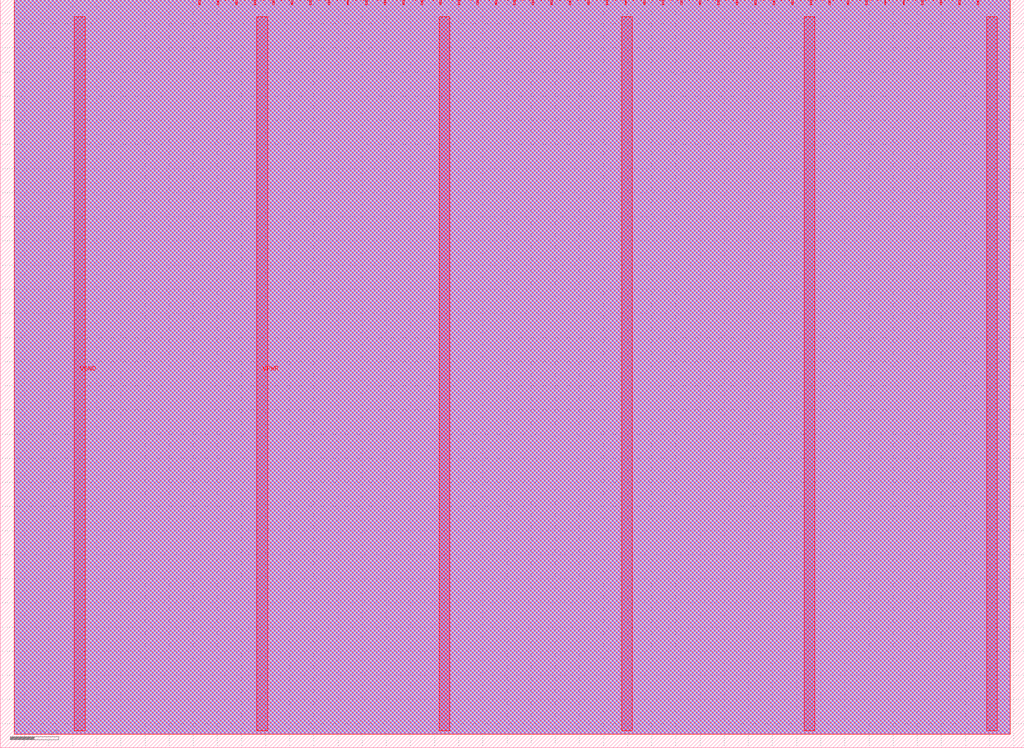
<source format=lef>
VERSION 5.8 ;
BUSBITCHARS "[]" ;
DIVIDERCHAR "/" ;
UNITS
    DATABASE MICRONS 1000 ;
END UNITS

VIA tt_um_dlmiles_muldiv8_via1_2_2200_440_1_5_410_410
  VIARULE via1Array ;
  CUTSIZE 0.19 0.19 ;
  LAYERS Metal1 Via1 Metal2 ;
  CUTSPACING 0.22 0.22 ;
  ENCLOSURE 0.01 0.125 0.05 0.005 ;
  ROWCOL 1 5 ;
END tt_um_dlmiles_muldiv8_via1_2_2200_440_1_5_410_410

VIA tt_um_dlmiles_muldiv8_via2_3_2200_440_1_5_410_410
  VIARULE via2Array ;
  CUTSIZE 0.19 0.19 ;
  LAYERS Metal2 Via2 Metal3 ;
  CUTSPACING 0.22 0.22 ;
  ENCLOSURE 0.05 0.005 0.005 0.05 ;
  ROWCOL 1 5 ;
END tt_um_dlmiles_muldiv8_via2_3_2200_440_1_5_410_410

VIA tt_um_dlmiles_muldiv8_via3_4_2200_440_1_5_410_410
  VIARULE via3Array ;
  CUTSIZE 0.19 0.19 ;
  LAYERS Metal3 Via3 Metal4 ;
  CUTSPACING 0.22 0.22 ;
  ENCLOSURE 0.005 0.05 0.05 0.005 ;
  ROWCOL 1 5 ;
END tt_um_dlmiles_muldiv8_via3_4_2200_440_1_5_410_410

VIA tt_um_dlmiles_muldiv8_via4_5_2200_440_1_5_410_410
  VIARULE via4Array ;
  CUTSIZE 0.19 0.19 ;
  LAYERS Metal4 Via4 Metal5 ;
  CUTSPACING 0.22 0.22 ;
  ENCLOSURE 0.05 0.005 0.185 0.05 ;
  ROWCOL 1 5 ;
END tt_um_dlmiles_muldiv8_via4_5_2200_440_1_5_410_410

MACRO tt_um_dlmiles_muldiv8
  FOREIGN tt_um_dlmiles_muldiv8 0 0 ;
  CLASS BLOCK ;
  SIZE 212.16 BY 154.98 ;
  PIN clk
    DIRECTION INPUT ;
    USE SIGNAL ;
    PORT
      LAYER Metal5 ;
        RECT  198.57 153.98 198.87 154.98 ;
    END
  END clk
  PIN ena
    DIRECTION INPUT ;
    USE SIGNAL ;
    PORT
      LAYER Metal5 ;
        RECT  202.41 153.98 202.71 154.98 ;
    END
  END ena
  PIN rst_n
    DIRECTION INPUT ;
    USE SIGNAL ;
    PORT
      LAYER Metal5 ;
        RECT  194.73 153.98 195.03 154.98 ;
    END
  END rst_n
  PIN ui_in[0]
    DIRECTION INPUT ;
    USE SIGNAL ;
    PORT
      LAYER Metal5 ;
        RECT  190.89 153.98 191.19 154.98 ;
    END
  END ui_in[0]
  PIN ui_in[1]
    DIRECTION INPUT ;
    USE SIGNAL ;
    PORT
      LAYER Metal5 ;
        RECT  187.05 153.98 187.35 154.98 ;
    END
  END ui_in[1]
  PIN ui_in[2]
    DIRECTION INPUT ;
    USE SIGNAL ;
    PORT
      LAYER Metal5 ;
        RECT  183.21 153.98 183.51 154.98 ;
    END
  END ui_in[2]
  PIN ui_in[3]
    DIRECTION INPUT ;
    USE SIGNAL ;
    PORT
      LAYER Metal5 ;
        RECT  179.37 153.98 179.67 154.98 ;
    END
  END ui_in[3]
  PIN ui_in[4]
    DIRECTION INPUT ;
    USE SIGNAL ;
    PORT
      LAYER Metal5 ;
        RECT  175.53 153.98 175.83 154.98 ;
    END
  END ui_in[4]
  PIN ui_in[5]
    DIRECTION INPUT ;
    USE SIGNAL ;
    PORT
      LAYER Metal5 ;
        RECT  171.69 153.98 171.99 154.98 ;
    END
  END ui_in[5]
  PIN ui_in[6]
    DIRECTION INPUT ;
    USE SIGNAL ;
    PORT
      LAYER Metal5 ;
        RECT  167.85 153.98 168.15 154.98 ;
    END
  END ui_in[6]
  PIN ui_in[7]
    DIRECTION INPUT ;
    USE SIGNAL ;
    PORT
      LAYER Metal5 ;
        RECT  164.01 153.98 164.31 154.98 ;
    END
  END ui_in[7]
  PIN uio_in[0]
    DIRECTION INPUT ;
    USE SIGNAL ;
    PORT
      LAYER Metal5 ;
        RECT  160.17 153.98 160.47 154.98 ;
    END
  END uio_in[0]
  PIN uio_in[1]
    DIRECTION INPUT ;
    USE SIGNAL ;
    PORT
      LAYER Metal5 ;
        RECT  156.33 153.98 156.63 154.98 ;
    END
  END uio_in[1]
  PIN uio_in[2]
    DIRECTION INPUT ;
    USE SIGNAL ;
    PORT
      LAYER Metal5 ;
        RECT  152.49 153.98 152.79 154.98 ;
    END
  END uio_in[2]
  PIN uio_in[3]
    DIRECTION INPUT ;
    USE SIGNAL ;
    PORT
      LAYER Metal5 ;
        RECT  148.65 153.98 148.95 154.98 ;
    END
  END uio_in[3]
  PIN uio_in[4]
    DIRECTION INPUT ;
    USE SIGNAL ;
    PORT
      LAYER Metal5 ;
        RECT  144.81 153.98 145.11 154.98 ;
    END
  END uio_in[4]
  PIN uio_in[5]
    DIRECTION INPUT ;
    USE SIGNAL ;
    PORT
      LAYER Metal5 ;
        RECT  140.97 153.98 141.27 154.98 ;
    END
  END uio_in[5]
  PIN uio_in[6]
    DIRECTION INPUT ;
    USE SIGNAL ;
    PORT
      LAYER Metal5 ;
        RECT  137.13 153.98 137.43 154.98 ;
    END
  END uio_in[6]
  PIN uio_in[7]
    DIRECTION INPUT ;
    USE SIGNAL ;
    PORT
      LAYER Metal5 ;
        RECT  133.29 153.98 133.59 154.98 ;
    END
  END uio_in[7]
  PIN uio_oe[0]
    DIRECTION OUTPUT ;
    USE SIGNAL ;
    PORT
      LAYER Metal5 ;
        RECT  68.01 153.98 68.31 154.98 ;
    END
  END uio_oe[0]
  PIN uio_oe[1]
    DIRECTION OUTPUT ;
    USE SIGNAL ;
    PORT
      LAYER Metal5 ;
        RECT  64.17 153.98 64.47 154.98 ;
    END
  END uio_oe[1]
  PIN uio_oe[2]
    DIRECTION OUTPUT ;
    USE SIGNAL ;
    PORT
      LAYER Metal5 ;
        RECT  60.33 153.98 60.63 154.98 ;
    END
  END uio_oe[2]
  PIN uio_oe[3]
    DIRECTION OUTPUT ;
    USE SIGNAL ;
    PORT
      LAYER Metal5 ;
        RECT  56.49 153.98 56.79 154.98 ;
    END
  END uio_oe[3]
  PIN uio_oe[4]
    DIRECTION OUTPUT ;
    USE SIGNAL ;
    PORT
      LAYER Metal5 ;
        RECT  52.65 153.98 52.95 154.98 ;
    END
  END uio_oe[4]
  PIN uio_oe[5]
    DIRECTION OUTPUT ;
    USE SIGNAL ;
    PORT
      LAYER Metal5 ;
        RECT  48.81 153.98 49.11 154.98 ;
    END
  END uio_oe[5]
  PIN uio_oe[6]
    DIRECTION OUTPUT ;
    USE SIGNAL ;
    PORT
      LAYER Metal5 ;
        RECT  44.97 153.98 45.27 154.98 ;
    END
  END uio_oe[6]
  PIN uio_oe[7]
    DIRECTION OUTPUT ;
    USE SIGNAL ;
    PORT
      LAYER Metal5 ;
        RECT  41.13 153.98 41.43 154.98 ;
    END
  END uio_oe[7]
  PIN uio_out[0]
    DIRECTION OUTPUT ;
    USE SIGNAL ;
    PORT
      LAYER Metal5 ;
        RECT  98.73 153.98 99.03 154.98 ;
    END
  END uio_out[0]
  PIN uio_out[1]
    DIRECTION OUTPUT ;
    USE SIGNAL ;
    PORT
      LAYER Metal5 ;
        RECT  94.89 153.98 95.19 154.98 ;
    END
  END uio_out[1]
  PIN uio_out[2]
    DIRECTION OUTPUT ;
    USE SIGNAL ;
    PORT
      LAYER Metal5 ;
        RECT  91.05 153.98 91.35 154.98 ;
    END
  END uio_out[2]
  PIN uio_out[3]
    DIRECTION OUTPUT ;
    USE SIGNAL ;
    PORT
      LAYER Metal5 ;
        RECT  87.21 153.98 87.51 154.98 ;
    END
  END uio_out[3]
  PIN uio_out[4]
    DIRECTION OUTPUT ;
    USE SIGNAL ;
    PORT
      LAYER Metal5 ;
        RECT  83.37 153.98 83.67 154.98 ;
    END
  END uio_out[4]
  PIN uio_out[5]
    DIRECTION OUTPUT ;
    USE SIGNAL ;
    PORT
      LAYER Metal5 ;
        RECT  79.53 153.98 79.83 154.98 ;
    END
  END uio_out[5]
  PIN uio_out[6]
    DIRECTION OUTPUT ;
    USE SIGNAL ;
    PORT
      LAYER Metal5 ;
        RECT  75.69 153.98 75.99 154.98 ;
    END
  END uio_out[6]
  PIN uio_out[7]
    DIRECTION OUTPUT ;
    USE SIGNAL ;
    PORT
      LAYER Metal5 ;
        RECT  71.85 153.98 72.15 154.98 ;
    END
  END uio_out[7]
  PIN uo_out[0]
    DIRECTION OUTPUT ;
    USE SIGNAL ;
    PORT
      LAYER Metal5 ;
        RECT  129.45 153.98 129.75 154.98 ;
    END
  END uo_out[0]
  PIN uo_out[1]
    DIRECTION OUTPUT ;
    USE SIGNAL ;
    PORT
      LAYER Metal5 ;
        RECT  125.61 153.98 125.91 154.98 ;
    END
  END uo_out[1]
  PIN uo_out[2]
    DIRECTION OUTPUT ;
    USE SIGNAL ;
    PORT
      LAYER Metal5 ;
        RECT  121.77 153.98 122.07 154.98 ;
    END
  END uo_out[2]
  PIN uo_out[3]
    DIRECTION OUTPUT ;
    USE SIGNAL ;
    PORT
      LAYER Metal5 ;
        RECT  117.93 153.98 118.23 154.98 ;
    END
  END uo_out[3]
  PIN uo_out[4]
    DIRECTION OUTPUT ;
    USE SIGNAL ;
    PORT
      LAYER Metal5 ;
        RECT  114.09 153.98 114.39 154.98 ;
    END
  END uo_out[4]
  PIN uo_out[5]
    DIRECTION OUTPUT ;
    USE SIGNAL ;
    PORT
      LAYER Metal5 ;
        RECT  110.25 153.98 110.55 154.98 ;
    END
  END uo_out[5]
  PIN uo_out[6]
    DIRECTION OUTPUT ;
    USE SIGNAL ;
    PORT
      LAYER Metal5 ;
        RECT  106.41 153.98 106.71 154.98 ;
    END
  END uo_out[6]
  PIN uo_out[7]
    DIRECTION OUTPUT ;
    USE SIGNAL ;
    PORT
      LAYER Metal5 ;
        RECT  102.57 153.98 102.87 154.98 ;
    END
  END uo_out[7]
  PIN VGND
    DIRECTION INOUT ;
    USE GROUND ;
    PORT
      LAYER Metal5 ;
        RECT  166.58 3.56 168.78 151.42 ;
        RECT  90.98 3.56 93.18 151.42 ;
        RECT  15.38 3.56 17.58 151.42 ;
    END
  END VGND
  PIN VPWR
    DIRECTION INOUT ;
    USE POWER ;
    PORT
      LAYER Metal5 ;
        RECT  204.38 3.56 206.58 151.42 ;
        RECT  128.78 3.56 130.98 151.42 ;
        RECT  53.18 3.56 55.38 151.42 ;
    END
  END VPWR
  OBS
    LAYER Metal1 ;
     RECT  2.88 2.795 209.28 154.98 ;
    LAYER Metal2 ;
     RECT  2.88 2.795 209.28 154.98 ;
    LAYER Metal3 ;
     RECT  2.88 2.795 209.28 154.98 ;
    LAYER Metal4 ;
     RECT  2.88 2.795 209.28 154.98 ;
    LAYER Metal5 ;
     RECT  2.88 2.795 209.28 154.98 ;
  END
END tt_um_dlmiles_muldiv8
END LIBRARY

</source>
